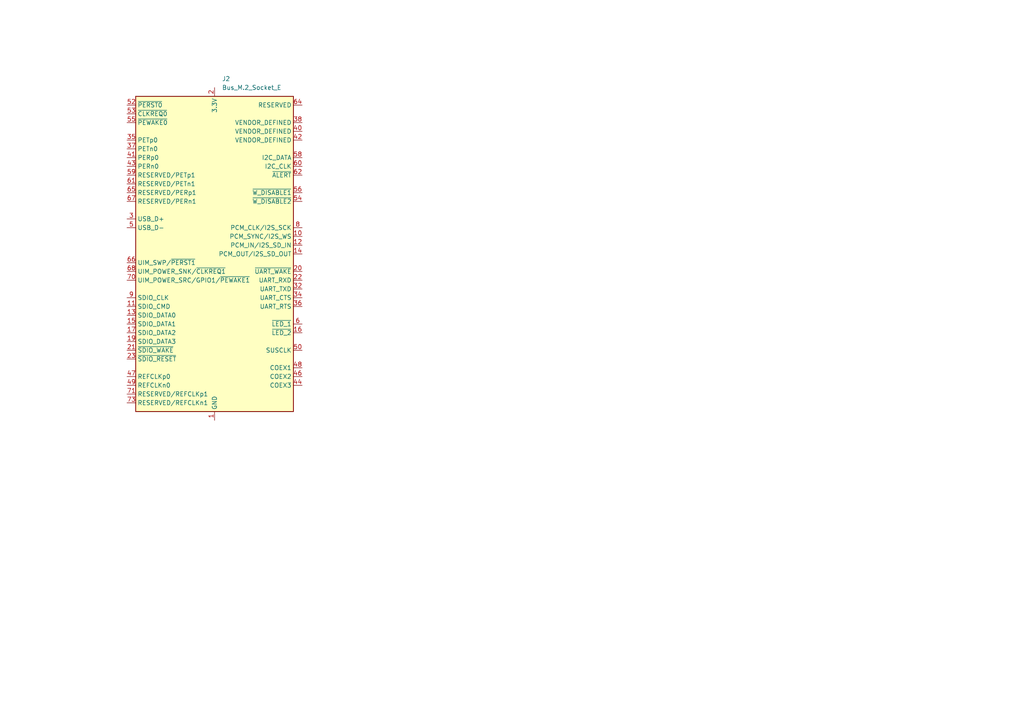
<source format=kicad_sch>
(kicad_sch (version 20250114) (generator "eeschema") (generator_version "9.0")
  (paper "A4")
  (lib_symbols
    (symbol "Connector:Bus_M.2_Socket_E"
      (property "Reference" "J" (at -22.86 46.99 0))
      (property "Value" "Bus_M.2_Socket_E" (at 16.51 46.99 0))
      (symbol "Bus_M.2_Socket_E_0_1"
        (rectangle (start -22.86 45.72) (end 22.86 -45.72) (stroke (width 0.254)) (fill (type background)))
      )
      (symbol "Bus_M.2_Socket_E_1_1"
        (pin output line (at -25.4 43.18 0) (length 2.54) (name "~{PERST0}") (number "52"))
        (pin bidirectional line (at -25.4 40.64 0) (length 2.54) (name "~{CLKREQ0}") (number "53"))
        (pin bidirectional line (at -25.4 38.1 0) (length 2.54) (name "~{PEWAKE0}") (number "55"))
        (pin output line (at -25.4 33.02 0) (length 2.54) (name "PETp0") (number "35"))
        (pin output line (at -25.4 30.48 0) (length 2.54) (name "PETn0") (number "37"))
        (pin input line (at -25.4 27.94 0) (length 2.54) (name "PERp0") (number "41"))
        (pin input line (at -25.4 25.4 0) (length 2.54) (name "PERn0") (number "43"))
        (pin output line (at -25.4 22.86 0) (length 2.54) (name "RESERVED/PETp1") (number "59"))
        (pin output line (at -25.4 20.32 0) (length 2.54) (name "RESERVED/PETn1") (number "61"))
        (pin input line (at -25.4 17.78 0) (length 2.54) (name "RESERVED/PERp1") (number "65"))
        (pin input line (at -25.4 15.24 0) (length 2.54) (name "RESERVED/PERn1") (number "67"))
        (pin bidirectional line (at -25.4 10.16 0) (length 2.54) (name "USB_D+") (number "3"))
        (pin bidirectional line (at -25.4 7.62 0) (length 2.54) (name "USB_D-") (number "5"))
        (pin output line (at -25.4 -2.54 0) (length 2.54) (name "UIM_SWP/~{PERST1}") (number "66"))
        (pin bidirectional line (at -25.4 -5.08 0) (length 2.54) (name "UIM_POWER_SNK/~{CLKREQ1}") (number "68"))
        (pin bidirectional line (at -25.4 -7.62 0) (length 2.54) (name "UIM_POWER_SRC/GPIO1/~{PEWAKE1}") (number "70"))
        (pin output line (at -25.4 -12.7 0) (length 2.54) (name "SDIO_CLK") (number "9"))
        (pin bidirectional line (at -25.4 -15.24 0) (length 2.54) (name "SDIO_CMD") (number "11"))
        (pin bidirectional line (at -25.4 -17.78 0) (length 2.54) (name "SDIO_DATA0") (number "13"))
        (pin bidirectional line (at -25.4 -20.32 0) (length 2.54) (name "SDIO_DATA1") (number "15"))
        (pin bidirectional line (at -25.4 -22.86 0) (length 2.54) (name "SDIO_DATA2") (number "17"))
        (pin bidirectional line (at -25.4 -25.4 0) (length 2.54) (name "SDIO_DATA3") (number "19"))
        (pin input line (at -25.4 -27.94 0) (length 2.54) (name "~{SDIO_WAKE}") (number "21"))
        (pin output line (at -25.4 -30.48 0) (length 2.54) (name "~{SDIO_RESET}") (number "23"))
        (pin output line (at -25.4 -35.56 0) (length 2.54) (name "REFCLKp0") (number "47"))
        (pin output line (at -25.4 -38.1 0) (length 2.54) (name "REFCLKn0") (number "49"))
        (pin output line (at -25.4 -40.64 0) (length 2.54) (name "RESERVED/REFCLKp1") (number "71"))
        (pin output line (at -25.4 -43.18 0) (length 2.54) (name "RESERVED/REFCLKn1") (number "73"))
        (pin power_in line (at 0 48.26 270) (length 2.54) (name "3.3V") (number "2"))
        (pin passive line (at 0 48.26 270) (length 2.54) (hide yes) (name "3.3V") (number "4"))
        (pin passive line (at 0 48.26 270) (length 2.54) (hide yes) (name "3.3V") (number "72"))
        (pin passive line (at 0 48.26 270) (length 2.54) (hide yes) (name "3.3V") (number "74"))
        (pin power_in line (at 0 -48.26 90) (length 2.54) (name "GND") (number "1"))
        (pin passive line (at 0 -48.26 90) (length 2.54) (hide yes) (name "GND") (number "18"))
        (pin passive line (at 0 -48.26 90) (length 2.54) (hide yes) (name "GND") (number "33"))
        (pin passive line (at 0 -48.26 90) (length 2.54) (hide yes) (name "GND") (number "39"))
        (pin passive line (at 0 -48.26 90) (length 2.54) (hide yes) (name "GND") (number "45"))
        (pin passive line (at 0 -48.26 90) (length 2.54) (hide yes) (name "GND") (number "51"))
        (pin passive line (at 0 -48.26 90) (length 2.54) (hide yes) (name "GND") (number "57"))
        (pin passive line (at 0 -48.26 90) (length 2.54) (hide yes) (name "GND") (number "63"))
        (pin passive line (at 0 -48.26 90) (length 2.54) (hide yes) (name "GND") (number "69"))
        (pin passive line (at 0 -48.26 90) (length 2.54) (hide yes) (name "GND") (number "7"))
        (pin passive line (at 0 -48.26 90) (length 2.54) (hide yes) (name "GND") (number "75"))
        (pin passive line (at 25.4 43.18 180) (length 2.54) (name "RESERVED") (number "64"))
        (pin passive line (at 25.4 38.1 180) (length 2.54) (name "VENDOR_DEFINED") (number "38"))
        (pin passive line (at 25.4 35.56 180) (length 2.54) (name "VENDOR_DEFINED") (number "40"))
        (pin passive line (at 25.4 33.02 180) (length 2.54) (name "VENDOR_DEFINED") (number "42"))
        (pin bidirectional line (at 25.4 27.94 180) (length 2.54) (name "I2C_DATA") (number "58"))
        (pin output line (at 25.4 25.4 180) (length 2.54) (name "I2C_CLK") (number "60"))
        (pin input line (at 25.4 22.86 180) (length 2.54) (name "~{ALERT}") (number "62"))
        (pin output line (at 25.4 17.78 180) (length 2.54) (name "~{W_DISABLE1}") (number "56"))
        (pin output line (at 25.4 15.24 180) (length 2.54) (name "~{W_DISABLE2}") (number "54"))
        (pin bidirectional line (at 25.4 7.62 180) (length 2.54) (name "PCM_CLK/I2S_SCK") (number "8"))
        (pin bidirectional line (at 25.4 5.08 180) (length 2.54) (name "PCM_SYNC/I2S_WS") (number "10"))
        (pin input line (at 25.4 2.54 180) (length 2.54) (name "PCM_IN/I2S_SD_IN") (number "12"))
        (pin output line (at 25.4 0 180) (length 2.54) (name "PCM_OUT/I2S_SD_OUT") (number "14"))
        (pin input line (at 25.4 -5.08 180) (length 2.54) (name "~{UART_WAKE}") (number "20"))
        (pin input line (at 25.4 -7.62 180) (length 2.54) (name "UART_RXD") (number "22"))
        (pin output line (at 25.4 -10.16 180) (length 2.54) (name "UART_TXD") (number "32"))
        (pin input line (at 25.4 -12.7 180) (length 2.54) (name "UART_CTS") (number "34"))
        (pin output line (at 25.4 -15.24 180) (length 2.54) (name "UART_RTS") (number "36"))
        (pin open_collector line (at 25.4 -20.32 180) (length 2.54) (name "~{LED_1}") (number "6"))
        (pin open_collector line (at 25.4 -22.86 180) (length 2.54) (name "~{LED_2}") (number "16"))
        (pin output line (at 25.4 -27.94 180) (length 2.54) (name "SUSCLK") (number "50"))
        (pin bidirectional line (at 25.4 -33.02 180) (length 2.54) (name "COEX1") (number "48"))
        (pin bidirectional line (at 25.4 -35.56 180) (length 2.54) (name "COEX2") (number "46"))
        (pin bidirectional line (at 25.4 -38.1 180) (length 2.54) (name "COEX3") (number "44"))
      )
    )
  )
  (symbol (lib_id "Connector:Bus_M.2_Socket_E") (at 62.23 73.66 0) (unit 1)
    (property "Reference" "J2" (at 64.3733 22.86 0) (effects (justify left)))
    (property "Value" "Bus_M.2_Socket_E" (at 64.3733 25.4 0) (effects (justify left)))
    (property "Datasheet" "https://web.archive.org/web/20200613074028/http://read.pudn.com/downloads794/doc/project/3133918/PCIe_M.2_Electromechanical_Spec_Rev1.0_Final_11012013_RS_Clean.pdf#page=150" (effects (hide yes)))
    (property "Description" "M.2 Socket 1-SD Mechanical Key E" (effects (hide yes)))
  )
)
</source>
